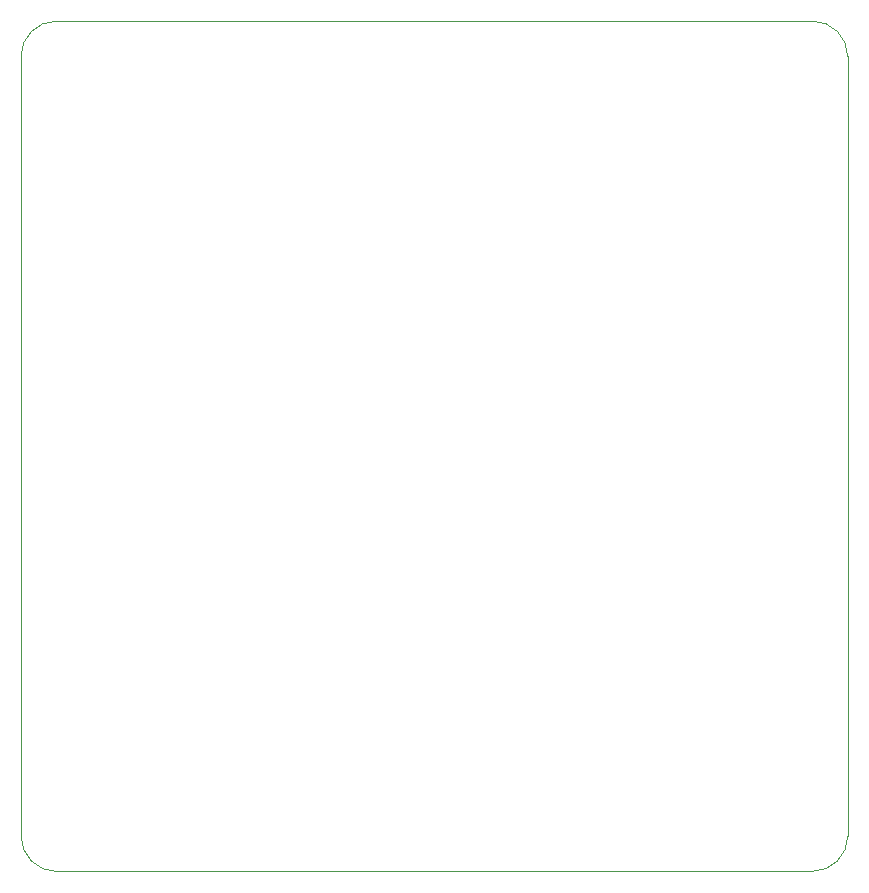
<source format=gm1>
G04 #@! TF.GenerationSoftware,KiCad,Pcbnew,9.0.1*
G04 #@! TF.CreationDate,2025-07-26T23:54:48-07:00*
G04 #@! TF.ProjectId,capstone_paul_ngo,63617073-746f-46e6-955f-7061756c5f6e,rev?*
G04 #@! TF.SameCoordinates,Original*
G04 #@! TF.FileFunction,Profile,NP*
%FSLAX46Y46*%
G04 Gerber Fmt 4.6, Leading zero omitted, Abs format (unit mm)*
G04 Created by KiCad (PCBNEW 9.0.1) date 2025-07-26 23:54:48*
%MOMM*%
%LPD*%
G01*
G04 APERTURE LIST*
G04 #@! TA.AperFunction,Profile*
%ADD10C,0.050000*%
G04 #@! TD*
G04 APERTURE END LIST*
D10*
X128000000Y-64000000D02*
X128000000Y-130000000D01*
X195000000Y-61000000D02*
X131000000Y-61000000D01*
X131000000Y-133000000D02*
G75*
G02*
X128000000Y-130000000I0J3000000D01*
G01*
X131000000Y-133000000D02*
X195000000Y-133000000D01*
X128000000Y-64000000D02*
G75*
G02*
X131000000Y-61000000I3000000J0D01*
G01*
X195000000Y-61000000D02*
G75*
G02*
X198000000Y-64000000I0J-3000000D01*
G01*
X198000000Y-130000000D02*
X198000000Y-64000000D01*
X198000000Y-130000000D02*
G75*
G02*
X195000000Y-133000000I-3000000J0D01*
G01*
M02*

</source>
